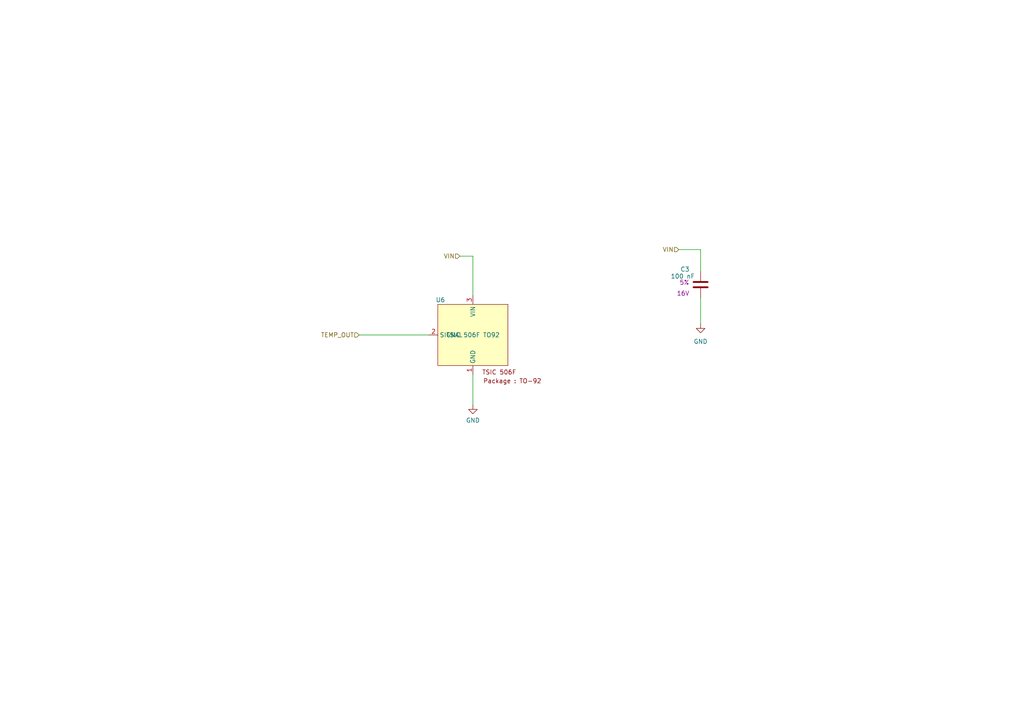
<source format=kicad_sch>
(kicad_sch (version 20230121) (generator eeschema)

  (uuid cffe9a79-d82b-43a1-98c2-7ae6db1bb329)

  (paper "A4")

  (title_block
    (company "Yuri GmbH")
  )

  (lib_symbols
    (symbol "Device:C" (pin_numbers hide) (pin_names (offset 0.254)) (in_bom yes) (on_board yes)
      (property "Reference" "C" (at 0.635 2.54 0)
        (effects (font (size 1.27 1.27)) (justify left))
      )
      (property "Value" "C" (at 0.635 -2.54 0)
        (effects (font (size 1.27 1.27)) (justify left))
      )
      (property "Footprint" "" (at 0.9652 -3.81 0)
        (effects (font (size 1.27 1.27)) hide)
      )
      (property "Datasheet" "~" (at 0 0 0)
        (effects (font (size 1.27 1.27)) hide)
      )
      (property "ki_keywords" "cap capacitor" (at 0 0 0)
        (effects (font (size 1.27 1.27)) hide)
      )
      (property "ki_description" "Unpolarized capacitor" (at 0 0 0)
        (effects (font (size 1.27 1.27)) hide)
      )
      (property "ki_fp_filters" "C_*" (at 0 0 0)
        (effects (font (size 1.27 1.27)) hide)
      )
      (symbol "C_0_1"
        (polyline
          (pts
            (xy -2.032 -0.762)
            (xy 2.032 -0.762)
          )
          (stroke (width 0.508) (type default))
          (fill (type none))
        )
        (polyline
          (pts
            (xy -2.032 0.762)
            (xy 2.032 0.762)
          )
          (stroke (width 0.508) (type default))
          (fill (type none))
        )
      )
      (symbol "C_1_1"
        (pin passive line (at 0 3.81 270) (length 2.794)
          (name "~" (effects (font (size 1.27 1.27))))
          (number "1" (effects (font (size 1.27 1.27))))
        )
        (pin passive line (at 0 -3.81 90) (length 2.794)
          (name "~" (effects (font (size 1.27 1.27))))
          (number "2" (effects (font (size 1.27 1.27))))
        )
      )
    )
    (symbol "Yuri:TSIC-506F" (in_bom yes) (on_board yes)
      (property "Reference" "U" (at -9.525 10.16 0)
        (effects (font (size 1.27 1.27)))
      )
      (property "Value" "" (at 0 0 0)
        (effects (font (size 1.27 1.27)))
      )
      (property "Footprint" "" (at 0 0 0)
        (effects (font (size 1.27 1.27)) hide)
      )
      (property "Datasheet" "" (at 0 0 0)
        (effects (font (size 1.27 1.27)) hide)
      )
      (symbol "TSIC-506F_1_1"
        (rectangle (start -10.16 8.89) (end 10.16 -8.89)
          (stroke (width 0) (type default))
          (fill (type background))
        )
        (text "Package : TO-92" (at 11.43 -13.335 0)
          (effects (font (size 1.27 1.27)))
        )
        (text "TSIC 506F" (at 7.62 -10.795 0)
          (effects (font (size 1.27 1.27)))
        )
        (pin passive line (at 0 -11.43 90) (length 2.54)
          (name "GND" (effects (font (size 1.27 1.27))))
          (number "1" (effects (font (size 1.27 1.27))))
        )
        (pin output line (at -12.7 0 0) (length 2.54)
          (name "SIGNAL" (effects (font (size 1.27 1.27))))
          (number "2" (effects (font (size 1.27 1.27))))
        )
        (pin power_in line (at 0 11.43 270) (length 2.54)
          (name "VIN" (effects (font (size 1.27 1.27))))
          (number "3" (effects (font (size 1.27 1.27))))
        )
      )
    )
    (symbol "power:GND" (power) (pin_names (offset 0)) (in_bom yes) (on_board yes)
      (property "Reference" "#PWR" (at 0 -6.35 0)
        (effects (font (size 1.27 1.27)) hide)
      )
      (property "Value" "GND" (at 0 -3.81 0)
        (effects (font (size 1.27 1.27)))
      )
      (property "Footprint" "" (at 0 0 0)
        (effects (font (size 1.27 1.27)) hide)
      )
      (property "Datasheet" "" (at 0 0 0)
        (effects (font (size 1.27 1.27)) hide)
      )
      (property "ki_keywords" "global power" (at 0 0 0)
        (effects (font (size 1.27 1.27)) hide)
      )
      (property "ki_description" "Power symbol creates a global label with name \"GND\" , ground" (at 0 0 0)
        (effects (font (size 1.27 1.27)) hide)
      )
      (symbol "GND_0_1"
        (polyline
          (pts
            (xy 0 0)
            (xy 0 -1.27)
            (xy 1.27 -1.27)
            (xy 0 -2.54)
            (xy -1.27 -1.27)
            (xy 0 -1.27)
          )
          (stroke (width 0) (type default))
          (fill (type none))
        )
      )
      (symbol "GND_1_1"
        (pin power_in line (at 0 0 270) (length 0) hide
          (name "GND" (effects (font (size 1.27 1.27))))
          (number "1" (effects (font (size 1.27 1.27))))
        )
      )
    )
  )


  (wire (pts (xy 137.16 108.585) (xy 137.16 117.475))
    (stroke (width 0) (type default))
    (uuid 1219d668-ef83-4201-afed-06be7bb96d9c)
  )
  (wire (pts (xy 133.35 74.295) (xy 137.16 74.295))
    (stroke (width 0) (type default))
    (uuid 2e946d01-3296-44be-9860-4041f29e5bef)
  )
  (wire (pts (xy 203.2 72.39) (xy 203.2 78.74))
    (stroke (width 0) (type default))
    (uuid 3899a002-b2d6-429c-8a96-570a74e8e79f)
  )
  (wire (pts (xy 137.16 74.295) (xy 137.16 85.725))
    (stroke (width 0) (type default))
    (uuid 98b35c2b-eef2-4bfd-a38e-a95cb5e2bc25)
  )
  (wire (pts (xy 104.14 97.155) (xy 124.46 97.155))
    (stroke (width 0) (type default))
    (uuid a270a897-d9ae-4e88-a73b-9b30009d9849)
  )
  (wire (pts (xy 196.85 72.39) (xy 203.2 72.39))
    (stroke (width 0) (type default))
    (uuid a3baa89b-e29d-4753-8d1c-8292316fa043)
  )
  (wire (pts (xy 203.2 86.36) (xy 203.2 93.98))
    (stroke (width 0) (type default))
    (uuid f86a44bc-8ec5-41c1-b6d0-46ecb3df5374)
  )

  (hierarchical_label "VIN" (shape input) (at 133.35 74.295 180) (fields_autoplaced)
    (effects (font (size 1.27 1.27)) (justify right))
    (uuid 4587ad2e-1e72-4d15-afeb-779acc2720ed)
  )
  (hierarchical_label "TEMP_OUT" (shape input) (at 104.14 97.155 180) (fields_autoplaced)
    (effects (font (size 1.27 1.27)) (justify right))
    (uuid c0824ed3-6ca1-469b-9965-6239adfcc1ca)
  )
  (hierarchical_label "VIN" (shape input) (at 196.85 72.39 180) (fields_autoplaced)
    (effects (font (size 1.27 1.27)) (justify right))
    (uuid d6e48987-ff2e-4cd9-9a0d-95c401b91f5b)
  )

  (symbol (lib_id "power:GND") (at 203.2 93.98 0) (unit 1)
    (in_bom yes) (on_board yes) (dnp no) (fields_autoplaced)
    (uuid 0a2bb546-7c17-4195-af27-6f96cebf90ae)
    (property "Reference" "#PWR088" (at 203.2 100.33 0)
      (effects (font (size 1.27 1.27)) hide)
    )
    (property "Value" "GND" (at 203.2 99.06 0)
      (effects (font (size 1.27 1.27)))
    )
    (property "Footprint" "" (at 203.2 93.98 0)
      (effects (font (size 1.27 1.27)) hide)
    )
    (property "Datasheet" "" (at 203.2 93.98 0)
      (effects (font (size 1.27 1.27)) hide)
    )
    (pin "1" (uuid 0565ac5c-a653-4b12-8be1-e3e41e71a255))
    (instances
      (project "fluidics"
        (path "/5aff9a6f-f35d-45e7-96e9-9f7161704ccd/2250bff5-0f6b-4dcc-bd57-3109c9fe5803/07d91bbf-fe6f-470e-a48d-8d3763cdabf6"
          (reference "#PWR088") (unit 1)
        )
        (path "/5aff9a6f-f35d-45e7-96e9-9f7161704ccd/864a1ae7-a8b0-4412-8b89-8735ce61b4d0/07d91bbf-fe6f-470e-a48d-8d3763cdabf6"
          (reference "#PWR082") (unit 1)
        )
        (path "/5aff9a6f-f35d-45e7-96e9-9f7161704ccd/a1a2f8b4-a322-4f84-ab2f-0ceff4a67e1d/07d91bbf-fe6f-470e-a48d-8d3763cdabf6"
          (reference "#PWR0112") (unit 1)
        )
      )
    )
  )

  (symbol (lib_id "Yuri:TSIC-506F") (at 137.16 97.155 0) (unit 1)
    (in_bom yes) (on_board yes) (dnp no)
    (uuid 1f854276-d160-42b0-b475-87958edaf84e)
    (property "Reference" "U6" (at 126.365 86.995 0)
      (effects (font (size 1.27 1.27)) (justify left))
    )
    (property "Value" "TSIC 506F TO92" (at 137.16 97.155 0)
      (effects (font (size 1.27 1.27)))
    )
    (property "Footprint" "" (at 137.16 97.155 0)
      (effects (font (size 1.27 1.27)) hide)
    )
    (property "Datasheet" "https://www.ist-ag.com/sites/default/files/downloads/DTTSic50x_E.pdf" (at 137.16 97.155 0)
      (effects (font (size 1.27 1.27)) hide)
    )
    (property "Supplier part number" "TSIC 506F TO92" (at 137.16 97.155 0)
      (effects (font (size 1.27 1.27)) hide)
    )
    (property "Supplier" "Digikey" (at 137.16 97.155 0)
      (effects (font (size 1.27 1.27)) hide)
    )
    (pin "1" (uuid 32944529-a7ca-479a-834f-26e0ea59b88c))
    (pin "2" (uuid 80f8f75e-1a26-4aaf-bf7e-054905966d32))
    (pin "3" (uuid 6d83f622-112d-4ade-a2db-c3fd33163128))
    (instances
      (project "fluidics"
        (path "/5aff9a6f-f35d-45e7-96e9-9f7161704ccd/864a1ae7-a8b0-4412-8b89-8735ce61b4d0/07d91bbf-fe6f-470e-a48d-8d3763cdabf6"
          (reference "U6") (unit 1)
        )
        (path "/5aff9a6f-f35d-45e7-96e9-9f7161704ccd/2250bff5-0f6b-4dcc-bd57-3109c9fe5803/07d91bbf-fe6f-470e-a48d-8d3763cdabf6"
          (reference "U8") (unit 1)
        )
        (path "/5aff9a6f-f35d-45e7-96e9-9f7161704ccd/a1a2f8b4-a322-4f84-ab2f-0ceff4a67e1d/07d91bbf-fe6f-470e-a48d-8d3763cdabf6"
          (reference "U14") (unit 1)
        )
      )
    )
  )

  (symbol (lib_id "power:GND") (at 137.16 117.475 0) (unit 1)
    (in_bom yes) (on_board yes) (dnp no) (fields_autoplaced)
    (uuid 21fe64a1-89d5-49b2-baba-909b4e2c4867)
    (property "Reference" "#PWR081" (at 137.16 123.825 0)
      (effects (font (size 1.27 1.27)) hide)
    )
    (property "Value" "GND" (at 137.16 121.92 0)
      (effects (font (size 1.27 1.27)))
    )
    (property "Footprint" "" (at 137.16 117.475 0)
      (effects (font (size 1.27 1.27)) hide)
    )
    (property "Datasheet" "" (at 137.16 117.475 0)
      (effects (font (size 1.27 1.27)) hide)
    )
    (pin "1" (uuid c8617abd-7e18-40ff-9baa-ef2c1b48fc78))
    (instances
      (project "fluidics"
        (path "/5aff9a6f-f35d-45e7-96e9-9f7161704ccd/864a1ae7-a8b0-4412-8b89-8735ce61b4d0/07d91bbf-fe6f-470e-a48d-8d3763cdabf6"
          (reference "#PWR081") (unit 1)
        )
        (path "/5aff9a6f-f35d-45e7-96e9-9f7161704ccd/2250bff5-0f6b-4dcc-bd57-3109c9fe5803/07d91bbf-fe6f-470e-a48d-8d3763cdabf6"
          (reference "#PWR087") (unit 1)
        )
        (path "/5aff9a6f-f35d-45e7-96e9-9f7161704ccd/a1a2f8b4-a322-4f84-ab2f-0ceff4a67e1d/07d91bbf-fe6f-470e-a48d-8d3763cdabf6"
          (reference "#PWR0111") (unit 1)
        )
      )
    )
  )

  (symbol (lib_id "Device:C") (at 203.2 82.55 180) (unit 1)
    (in_bom yes) (on_board yes) (dnp no)
    (uuid bd168f9d-4d4a-4e14-a427-2aa4144da60c)
    (property "Reference" "C3" (at 200.025 78.105 0)
      (effects (font (size 1.27 1.27)) (justify left))
    )
    (property "Value" "100 nF" (at 201.549 80.137 0)
      (effects (font (size 1.27 1.27)) (justify left))
    )
    (property "Footprint" "Capacitor_SMD:C_0402_1005Metric_Pad0.74x0.62mm_HandSolder" (at 202.2348 78.74 0)
      (effects (font (size 1.27 1.27)) hide)
    )
    (property "Datasheet" "https://www.yageo.com/upload/media/product/app/datasheet/mlcc/upy-gphc_x7r_6_3v-to-250v.pdf" (at 203.2 82.55 0)
      (effects (font (size 1.27 1.27)) hide)
    )
    (property "Field5" "" (at 203.2 82.55 0)
      (effects (font (size 1.27 1.27)) hide)
    )
    (property "Supplier part number" "CC0402JRX7R7BB104" (at 203.2 82.55 0)
      (effects (font (size 1.27 1.27)) hide)
    )
    (property "Tolerance" "5%" (at 198.501 81.915 0)
      (effects (font (size 1.27 1.27)))
    )
    (property "Voltage" "16V" (at 198.12 85.09 0)
      (effects (font (size 1.27 1.27)))
    )
    (property "Supplier" "DigiKey" (at 203.2 82.55 0)
      (effects (font (size 1.27 1.27)) hide)
    )
    (pin "1" (uuid cf968306-ffa9-4472-bb52-1f3d907dbfd5))
    (pin "2" (uuid f93305ac-b496-4464-b2f5-d590529742b0))
    (instances
      (project "DRV_2MOT_HEATER"
        (path "/2f31d2ad-2d94-43be-9f9e-d1f4a7caf9d9/0d3f36d0-7e21-4a51-bde1-b0eaff76a149"
          (reference "C3") (unit 1)
        )
      )
      (project "fluidics"
        (path "/5aff9a6f-f35d-45e7-96e9-9f7161704ccd/864a1ae7-a8b0-4412-8b89-8735ce61b4d0/627aafe8-fbf8-4ae5-b24c-3bee70d39d28"
          (reference "C10") (unit 1)
        )
        (path "/5aff9a6f-f35d-45e7-96e9-9f7161704ccd/2250bff5-0f6b-4dcc-bd57-3109c9fe5803/627aafe8-fbf8-4ae5-b24c-3bee70d39d28"
          (reference "C22") (unit 1)
        )
        (path "/5aff9a6f-f35d-45e7-96e9-9f7161704ccd/a1a2f8b4-a322-4f84-ab2f-0ceff4a67e1d/627aafe8-fbf8-4ae5-b24c-3bee70d39d28"
          (reference "C32") (unit 1)
        )
        (path "/5aff9a6f-f35d-45e7-96e9-9f7161704ccd/864a1ae7-a8b0-4412-8b89-8735ce61b4d0/07d91bbf-fe6f-470e-a48d-8d3763cdabf6"
          (reference "C18") (unit 1)
        )
        (path "/5aff9a6f-f35d-45e7-96e9-9f7161704ccd/2250bff5-0f6b-4dcc-bd57-3109c9fe5803/07d91bbf-fe6f-470e-a48d-8d3763cdabf6"
          (reference "C22") (unit 1)
        )
        (path "/5aff9a6f-f35d-45e7-96e9-9f7161704ccd/a1a2f8b4-a322-4f84-ab2f-0ceff4a67e1d/07d91bbf-fe6f-470e-a48d-8d3763cdabf6"
          (reference "C42") (unit 1)
        )
      )
    )
  )
)

</source>
